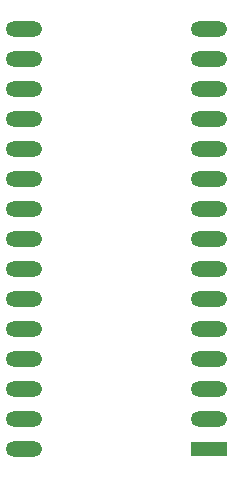
<source format=gtp>
G04*
G04 #@! TF.GenerationSoftware,Altium Limited,Altium Designer,20.1.14 (287)*
G04*
G04 Layer_Color=8421504*
%FSLAX25Y25*%
%MOIN*%
G70*
G04*
G04 #@! TF.SameCoordinates,E164291B-CF09-4FE7-BB31-66095F1D64E0*
G04*
G04*
G04 #@! TF.FilePolarity,Positive*
G04*
G01*
G75*
%ADD14R,0.12247X0.05097*%
G04:AMPARAMS|DCode=15|XSize=122.47mil|YSize=50.97mil|CornerRadius=25.49mil|HoleSize=0mil|Usage=FLASHONLY|Rotation=180.000|XOffset=0mil|YOffset=0mil|HoleType=Round|Shape=RoundedRectangle|*
%AMROUNDEDRECTD15*
21,1,0.12247,0.00000,0,0,180.0*
21,1,0.07150,0.05097,0,0,180.0*
1,1,0.05097,-0.03575,0.00000*
1,1,0.05097,0.03575,0.00000*
1,1,0.05097,0.03575,0.00000*
1,1,0.05097,-0.03575,0.00000*
%
%ADD15ROUNDEDRECTD15*%
D14*
X100945Y18740D02*
D03*
D15*
Y28740D02*
D03*
Y38740D02*
D03*
Y48740D02*
D03*
Y58740D02*
D03*
Y68740D02*
D03*
Y78740D02*
D03*
Y88740D02*
D03*
Y98740D02*
D03*
Y108740D02*
D03*
Y118740D02*
D03*
Y128740D02*
D03*
Y138740D02*
D03*
Y148740D02*
D03*
Y158740D02*
D03*
X39370D02*
D03*
Y148740D02*
D03*
Y138740D02*
D03*
Y128740D02*
D03*
Y118740D02*
D03*
Y108740D02*
D03*
Y98740D02*
D03*
Y88740D02*
D03*
Y78740D02*
D03*
Y68740D02*
D03*
Y58740D02*
D03*
Y48740D02*
D03*
Y38740D02*
D03*
Y28740D02*
D03*
Y18740D02*
D03*
M02*

</source>
